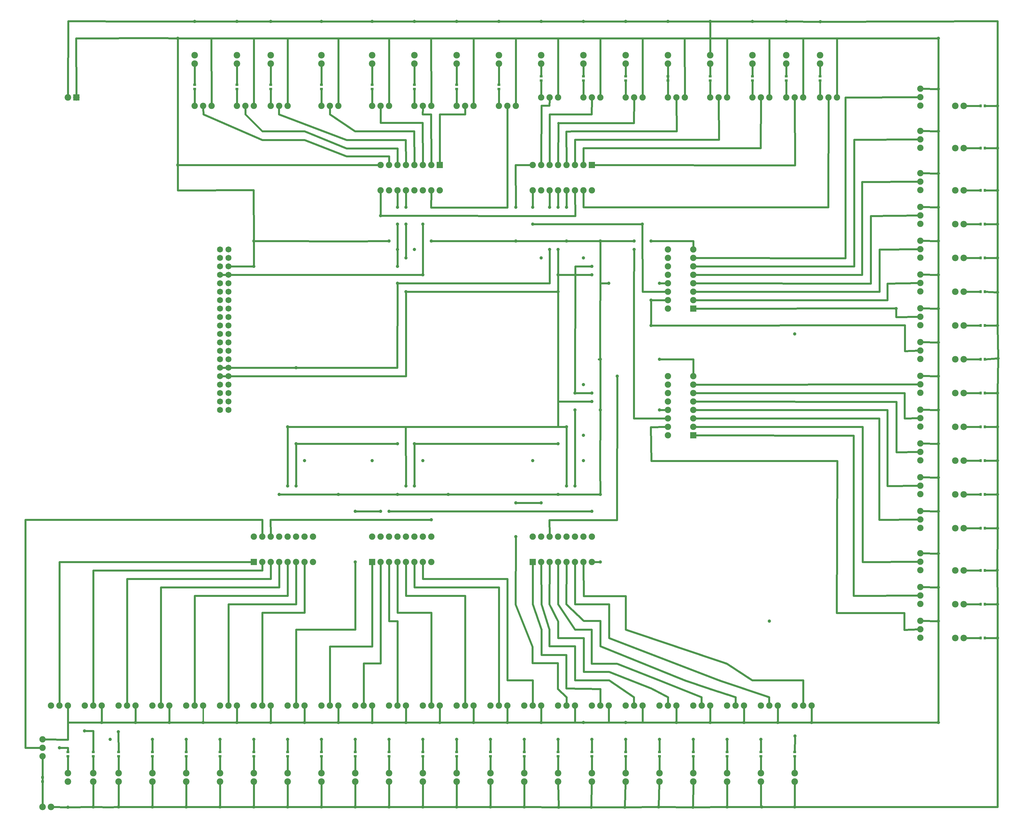
<source format=gtl>
G04 MADE WITH FRITZING*
G04 WWW.FRITZING.ORG*
G04 DOUBLE SIDED*
G04 HOLES PLATED*
G04 CONTOUR ON CENTER OF CONTOUR VECTOR*
%ASAXBY*%
%FSLAX23Y23*%
%MOIN*%
%OFA0B0*%
%SFA1.0B1.0*%
%ADD10C,0.039370*%
%ADD11C,0.075000*%
%ADD12C,0.071889*%
%ADD13C,0.071917*%
%ADD14C,0.078000*%
%ADD15R,0.075000X0.075000*%
%ADD16R,0.078000X0.078000*%
%ADD17R,0.035433X0.027559*%
%ADD18R,0.027559X0.035433*%
%ADD19C,0.024000*%
%ADD20C,0.016000*%
%LNCOPPER1*%
G90*
G70*
G54D10*
X4844Y9248D03*
X4744Y8948D03*
X4544Y8948D03*
X2844Y9048D03*
X2844Y8748D03*
X4644Y9448D03*
X4644Y9248D03*
X4644Y8848D03*
X4644Y8448D03*
X4544Y9448D03*
X4544Y9248D03*
X4544Y8748D03*
X4544Y8548D03*
X4444Y9048D03*
X4944Y9048D03*
X5944Y9448D03*
X5944Y9048D03*
X6544Y9448D03*
X6544Y9048D03*
X6944Y9048D03*
X7644Y8548D03*
X7044Y8548D03*
X6944Y7648D03*
X7644Y7648D03*
X6944Y7048D03*
X7644Y7048D03*
X6944Y5248D03*
X6444Y6048D03*
X5144Y6048D03*
X6744Y6748D03*
X6744Y6448D03*
X6144Y6448D03*
X4844Y6448D03*
X4244Y6448D03*
X3444Y6448D03*
X4844Y8648D03*
X6444Y9448D03*
X6444Y8448D03*
X6444Y8948D03*
X6444Y8648D03*
X6844Y8648D03*
X6844Y7148D03*
X4644Y6148D03*
X3244Y6148D03*
X6344Y9448D03*
X6344Y8948D03*
X3344Y7548D03*
X3344Y6648D03*
X3344Y6148D03*
X4744Y6648D03*
X4544Y6648D03*
X6644Y7048D03*
X6444Y6648D03*
X6544Y6148D03*
X6644Y6148D03*
X6844Y8748D03*
X6644Y7248D03*
X6844Y7248D03*
X6144Y9448D03*
X6144Y9248D03*
X7442Y9249D03*
X7544Y9048D03*
X7344Y9048D03*
X7544Y8348D03*
X7544Y8048D03*
X6944Y6048D03*
X4544Y6048D03*
X4744Y6148D03*
X4444Y5848D03*
X3144Y6048D03*
X4344Y5848D03*
X4044Y5848D03*
X4044Y5248D03*
X6244Y5948D03*
X5944Y5948D03*
X5944Y5548D03*
G54D11*
X4244Y5248D03*
X4244Y5548D03*
X4344Y5248D03*
X4344Y5548D03*
X4444Y5248D03*
X4444Y5548D03*
X4544Y5248D03*
X4544Y5548D03*
X4644Y5248D03*
X4644Y5548D03*
X4744Y5248D03*
X4744Y5548D03*
X4844Y5248D03*
X4844Y5548D03*
X4944Y5248D03*
X4944Y5548D03*
X6144Y5248D03*
X6144Y5548D03*
X6244Y5248D03*
X6244Y5548D03*
X6344Y5248D03*
X6344Y5548D03*
X6444Y5248D03*
X6444Y5548D03*
X6544Y5248D03*
X6544Y5548D03*
X6644Y5248D03*
X6644Y5548D03*
X6744Y5248D03*
X6744Y5548D03*
X6844Y5248D03*
X6844Y5548D03*
X8044Y6748D03*
X7744Y6748D03*
X8044Y6848D03*
X7744Y6848D03*
X8044Y6948D03*
X7744Y6948D03*
X8044Y7048D03*
X7744Y7048D03*
X8044Y7148D03*
X7744Y7148D03*
X8044Y7248D03*
X7744Y7248D03*
X8044Y7348D03*
X7744Y7348D03*
X8044Y7448D03*
X7744Y7448D03*
X8044Y8248D03*
X7744Y8248D03*
X8044Y8348D03*
X7744Y8348D03*
X8044Y8448D03*
X7744Y8448D03*
X8044Y8548D03*
X7744Y8548D03*
X8044Y8648D03*
X7744Y8648D03*
X8044Y8748D03*
X7744Y8748D03*
X8044Y8848D03*
X7744Y8848D03*
X8044Y8948D03*
X7744Y8948D03*
X6844Y9948D03*
X6844Y9648D03*
X6744Y9948D03*
X6744Y9648D03*
X6644Y9948D03*
X6644Y9648D03*
X6544Y9948D03*
X6544Y9648D03*
X6444Y9948D03*
X6444Y9648D03*
X6344Y9948D03*
X6344Y9648D03*
X6244Y9948D03*
X6244Y9648D03*
X6144Y9948D03*
X6144Y9648D03*
X5044Y9948D03*
X5044Y9648D03*
X4944Y9948D03*
X4944Y9648D03*
X4844Y9948D03*
X4844Y9648D03*
X4744Y9948D03*
X4744Y9648D03*
X4644Y9948D03*
X4644Y9648D03*
X4544Y9948D03*
X4544Y9648D03*
X4444Y9948D03*
X4444Y9648D03*
X4344Y9948D03*
X4344Y9648D03*
G54D10*
X4244Y11648D03*
X8944Y4548D03*
X4344Y9348D03*
X6744Y8848D03*
X7344Y8948D03*
X3244Y6848D03*
X7144Y7448D03*
X6844Y5848D03*
G54D11*
X2844Y5248D03*
X2844Y5548D03*
X2944Y5248D03*
X2944Y5548D03*
X3044Y5248D03*
X3044Y5548D03*
X3144Y5248D03*
X3144Y5548D03*
X3244Y5248D03*
X3244Y5548D03*
X3344Y5248D03*
X3344Y5548D03*
X3444Y5248D03*
X3444Y5548D03*
X3544Y5248D03*
X3544Y5548D03*
G54D10*
X3844Y6048D03*
X4944Y5748D03*
G54D11*
X3244Y3548D03*
X3344Y3548D03*
X3444Y3548D03*
X2444Y3548D03*
X2544Y3548D03*
X2644Y3548D03*
X2044Y3548D03*
X2144Y3548D03*
X2244Y3548D03*
X1644Y3548D03*
X1744Y3548D03*
X1844Y3548D03*
X344Y2948D03*
X344Y3048D03*
X344Y3148D03*
X2844Y3548D03*
X2944Y3548D03*
X3044Y3548D03*
X5244Y3548D03*
X5344Y3548D03*
X5444Y3548D03*
X3644Y3548D03*
X3744Y3548D03*
X3844Y3548D03*
X4044Y3548D03*
X4144Y3548D03*
X4244Y3548D03*
X4844Y3548D03*
X4944Y3548D03*
X5044Y3548D03*
X4444Y3548D03*
X4544Y3548D03*
X4644Y3548D03*
X10733Y9652D03*
X10733Y9752D03*
X10733Y9852D03*
X10733Y9252D03*
X10733Y9352D03*
X10733Y9452D03*
X10733Y8852D03*
X10733Y8952D03*
X10733Y9052D03*
X10733Y8452D03*
X10733Y8552D03*
X10733Y8652D03*
X10733Y8052D03*
X10733Y8152D03*
X10733Y8252D03*
X10733Y7652D03*
X10733Y7752D03*
X10733Y7852D03*
X10733Y7252D03*
X10733Y7352D03*
X10733Y7452D03*
X10733Y6852D03*
X10733Y6952D03*
X10733Y7052D03*
X10733Y10152D03*
X10733Y10252D03*
X10733Y10352D03*
X10733Y10652D03*
X10733Y10752D03*
X10733Y10852D03*
X10733Y6452D03*
X10733Y6552D03*
X10733Y6652D03*
X10733Y6052D03*
X10733Y6152D03*
X10733Y6252D03*
X10733Y5652D03*
X10733Y5752D03*
X10733Y5852D03*
X10733Y5152D03*
X10733Y5252D03*
X10733Y5352D03*
X10733Y4752D03*
X10733Y4852D03*
X10733Y4952D03*
X10733Y4352D03*
X10733Y4452D03*
X10733Y4552D03*
X3044Y10648D03*
X3144Y10648D03*
X3244Y10648D03*
X3644Y10648D03*
X3744Y10648D03*
X3844Y10648D03*
X4744Y10648D03*
X4844Y10648D03*
X4944Y10648D03*
X5244Y10648D03*
X5344Y10648D03*
X5444Y10648D03*
X5744Y10648D03*
X5844Y10648D03*
X5944Y10648D03*
X6244Y10748D03*
X6344Y10748D03*
X6444Y10748D03*
X6744Y10748D03*
X6844Y10748D03*
X6944Y10748D03*
X7244Y10748D03*
X7344Y10748D03*
X7444Y10748D03*
X7744Y10748D03*
X7844Y10748D03*
X7944Y10748D03*
X8244Y10748D03*
X8344Y10748D03*
X8444Y10748D03*
X8744Y10748D03*
X8844Y10748D03*
X8944Y10748D03*
X9144Y10748D03*
X9244Y10748D03*
X9344Y10748D03*
X9544Y10748D03*
X9644Y10748D03*
X9744Y10748D03*
X2644Y10648D03*
X2744Y10648D03*
X2844Y10648D03*
X2144Y10648D03*
X2244Y10648D03*
X2344Y10648D03*
X4244Y10648D03*
X4344Y10648D03*
X4444Y10648D03*
X5644Y3548D03*
X5744Y3548D03*
X5844Y3548D03*
X1244Y3548D03*
X1344Y3548D03*
X1444Y3548D03*
X9244Y3548D03*
X9344Y3548D03*
X9444Y3548D03*
X8844Y3548D03*
X8944Y3548D03*
X9044Y3548D03*
X6444Y3548D03*
X6544Y3548D03*
X6644Y3548D03*
X6044Y3548D03*
X6144Y3548D03*
X6244Y3548D03*
X7644Y3548D03*
X7744Y3548D03*
X7844Y3548D03*
X6844Y3548D03*
X6944Y3548D03*
X7044Y3548D03*
X7244Y3548D03*
X7344Y3548D03*
X7444Y3548D03*
X8044Y3548D03*
X8144Y3548D03*
X8244Y3548D03*
X8444Y3548D03*
X8544Y3548D03*
X8644Y3548D03*
G54D10*
X10944Y10848D03*
X10944Y10348D03*
X10944Y9848D03*
X10944Y9448D03*
X10944Y9048D03*
X10944Y8648D03*
X10944Y7848D03*
X10944Y8248D03*
X10944Y7448D03*
X10944Y7048D03*
X10944Y6648D03*
X10944Y6248D03*
X10944Y5848D03*
X10944Y11448D03*
X10944Y5348D03*
X10944Y4948D03*
X10944Y4548D03*
X10944Y3348D03*
X9244Y2348D03*
X9444Y3348D03*
X8644Y3348D03*
X8244Y3348D03*
X6744Y3348D03*
X5844Y3348D03*
X3444Y3348D03*
X2644Y3348D03*
X2244Y3348D03*
X1844Y3348D03*
X1444Y3348D03*
X4644Y3348D03*
X5044Y3348D03*
X5444Y3348D03*
X6244Y3348D03*
X7844Y3348D03*
X9044Y3348D03*
X6244Y8848D03*
X6744Y7348D03*
X6544Y6848D03*
G54D12*
X2444Y8948D03*
X2444Y8848D03*
X2444Y8748D03*
X2444Y8648D03*
G54D13*
X2444Y8548D03*
G54D12*
X2444Y8448D03*
X2444Y8348D03*
X2444Y8248D03*
X2444Y8148D03*
G54D13*
X2444Y8048D03*
G54D12*
X2444Y7948D03*
G54D13*
X2444Y7848D03*
G54D12*
X2444Y7748D03*
X2444Y7648D03*
X2444Y7548D03*
X2444Y7448D03*
G54D13*
X2444Y7348D03*
G54D12*
X2444Y7248D03*
X2444Y7148D03*
X2444Y7048D03*
X2544Y7048D03*
X2544Y7148D03*
X2544Y7248D03*
G54D13*
X2544Y7348D03*
G54D12*
X2544Y7448D03*
X2544Y7548D03*
X2544Y7648D03*
X2544Y7748D03*
G54D13*
X2544Y7848D03*
G54D12*
X2544Y7948D03*
G54D13*
X2544Y8048D03*
G54D12*
X2544Y8148D03*
X2544Y8248D03*
X2544Y8348D03*
X2544Y8448D03*
G54D13*
X2544Y8548D03*
G54D12*
X2544Y8648D03*
X2544Y8748D03*
X2544Y8848D03*
X2544Y8948D03*
G54D11*
X444Y3548D03*
X544Y3548D03*
X644Y3548D03*
X844Y3548D03*
X944Y3548D03*
X1044Y3548D03*
G54D10*
X1044Y3348D03*
X4244Y3348D03*
X1944Y9948D03*
X1944Y11448D03*
X7244Y3348D03*
X3844Y3348D03*
X3044Y3348D03*
G54D14*
X744Y10748D03*
X644Y10748D03*
G54D10*
X2144Y11648D03*
X2644Y11648D03*
X3044Y11648D03*
X3644Y11648D03*
X4744Y11648D03*
X5244Y11648D03*
X5744Y11648D03*
X6244Y11648D03*
X6744Y11648D03*
X7244Y11648D03*
X10444Y8248D03*
X9244Y7948D03*
X7744Y11648D03*
X8244Y11648D03*
X8744Y11648D03*
X9144Y11648D03*
X11644Y10648D03*
X11644Y4348D03*
X8844Y3148D03*
X8444Y3148D03*
X8044Y3148D03*
X7644Y3148D03*
X7244Y3148D03*
X6844Y3148D03*
X6444Y3148D03*
X6044Y3148D03*
X5644Y3148D03*
X5244Y3148D03*
X4844Y3148D03*
X4444Y3148D03*
X4044Y3148D03*
X3644Y3148D03*
X3244Y3148D03*
X2844Y3148D03*
X2444Y3148D03*
X2044Y3148D03*
X1644Y3148D03*
X1144Y3148D03*
X1244Y2348D03*
G54D14*
X344Y2348D03*
X444Y2348D03*
X644Y2748D03*
X644Y2648D03*
X1244Y2748D03*
X1244Y2648D03*
X1644Y2748D03*
X1644Y2648D03*
X2044Y2748D03*
X2044Y2648D03*
X2444Y2748D03*
X2444Y2648D03*
X2844Y2748D03*
X2844Y2648D03*
X3244Y2748D03*
X3244Y2648D03*
X4844Y2748D03*
X4844Y2648D03*
X3644Y2748D03*
X3644Y2648D03*
X4044Y2748D03*
X4044Y2648D03*
X4444Y2748D03*
X4444Y2648D03*
X5244Y2748D03*
X5244Y2648D03*
X5644Y2748D03*
X5644Y2648D03*
X6044Y2748D03*
X6044Y2648D03*
X6444Y2748D03*
X6444Y2648D03*
X6844Y2748D03*
X6844Y2648D03*
X7244Y2748D03*
X7244Y2648D03*
X7644Y2748D03*
X7644Y2648D03*
X8044Y2748D03*
X8044Y2648D03*
X8444Y2748D03*
X8444Y2648D03*
X8844Y2748D03*
X8844Y2648D03*
X2144Y11248D03*
X2144Y11148D03*
X2644Y11248D03*
X2644Y11148D03*
X3044Y11248D03*
X3044Y11148D03*
X3644Y11248D03*
X3644Y11148D03*
X4244Y11248D03*
X4244Y11148D03*
X4744Y11248D03*
X4744Y11148D03*
X5244Y11248D03*
X5244Y11148D03*
X5744Y11248D03*
X5744Y11148D03*
X6244Y11248D03*
X6244Y11148D03*
X6744Y11248D03*
X6744Y11148D03*
X7244Y11248D03*
X7244Y11148D03*
X7744Y11248D03*
X7744Y11148D03*
X8244Y11248D03*
X8244Y11148D03*
X8744Y11248D03*
X8744Y11148D03*
X9144Y11248D03*
X9144Y11148D03*
X9544Y11248D03*
X9544Y11148D03*
X11144Y10648D03*
X11244Y10648D03*
X11144Y10148D03*
X11244Y10148D03*
X11144Y9648D03*
X11244Y9648D03*
X11144Y9248D03*
X11244Y9248D03*
X11144Y8848D03*
X11244Y8848D03*
X11144Y8448D03*
X11244Y8448D03*
X11144Y8048D03*
X11244Y8048D03*
X11144Y7648D03*
X11244Y7648D03*
X11144Y7248D03*
X11244Y7248D03*
X11144Y6848D03*
X11244Y6848D03*
X11144Y6048D03*
X11244Y6048D03*
X11144Y6448D03*
X11244Y6448D03*
X11144Y5648D03*
X11244Y5648D03*
X11144Y5148D03*
X11244Y5148D03*
X11144Y4748D03*
X11244Y4748D03*
X11144Y4348D03*
X11244Y4348D03*
X9244Y2748D03*
X9244Y2648D03*
G54D10*
X9548Y11645D03*
X11644Y10148D03*
X11644Y9648D03*
X11644Y9248D03*
X11644Y8848D03*
X11646Y8443D03*
X11644Y8048D03*
X11651Y7659D03*
X11644Y7248D03*
X11644Y6848D03*
X11644Y6448D03*
X11644Y6048D03*
X11644Y5648D03*
X11644Y4748D03*
X11643Y5151D03*
X8854Y2350D03*
X8444Y2348D03*
X8042Y2346D03*
X644Y2346D03*
X1644Y2348D03*
X2044Y2348D03*
X2444Y2348D03*
X2844Y2348D03*
X3244Y2348D03*
X3644Y2348D03*
X4044Y2348D03*
X4444Y2348D03*
X4844Y2348D03*
X5244Y2348D03*
X5644Y2348D03*
X6044Y2348D03*
X6450Y2346D03*
X6838Y2346D03*
X7234Y2346D03*
X7634Y2350D03*
G54D14*
X944Y2748D03*
X944Y2648D03*
G54D10*
X944Y2348D03*
X544Y3049D03*
X843Y3250D03*
X1242Y3240D03*
X9248Y3187D03*
G54D15*
X4244Y5248D03*
X6144Y5248D03*
X8044Y6748D03*
X8044Y8248D03*
X6844Y9948D03*
X5044Y9948D03*
X2844Y5248D03*
G54D16*
X744Y10748D03*
G54D17*
X344Y2648D03*
X344Y2699D03*
G54D18*
X11444Y10648D03*
X11495Y10648D03*
X11444Y10148D03*
X11495Y10148D03*
G54D17*
X3044Y10848D03*
X3044Y10899D03*
X2644Y10848D03*
X2644Y10899D03*
G54D18*
X11444Y9648D03*
X11495Y9648D03*
G54D17*
X2144Y10848D03*
X2144Y10899D03*
G54D18*
X11444Y8848D03*
X11495Y8848D03*
X11444Y7248D03*
X11495Y7248D03*
X11444Y9248D03*
X11495Y9248D03*
X11444Y7648D03*
X11495Y7648D03*
X11444Y8448D03*
X11495Y8448D03*
G54D17*
X3644Y10848D03*
X3644Y10899D03*
G54D18*
X11444Y8048D03*
X11495Y8048D03*
G54D17*
X4744Y10848D03*
X4744Y10899D03*
X8244Y10948D03*
X8244Y10999D03*
X4244Y10848D03*
X4244Y10899D03*
X8744Y10948D03*
X8744Y10999D03*
X9544Y10948D03*
X9544Y10999D03*
X944Y2948D03*
X944Y2999D03*
X9144Y10948D03*
X9144Y10999D03*
X7744Y10948D03*
X7744Y10999D03*
G54D18*
X11444Y6848D03*
X11495Y6848D03*
G54D17*
X7244Y10948D03*
X7244Y10999D03*
X5244Y10848D03*
X5244Y10899D03*
X6744Y10948D03*
X6744Y10999D03*
X6244Y10948D03*
X6244Y10999D03*
X5744Y10848D03*
X5744Y10899D03*
X4844Y2948D03*
X4844Y2999D03*
X3644Y2948D03*
X3644Y2999D03*
X6044Y2948D03*
X6044Y2999D03*
X4044Y2948D03*
X4044Y2999D03*
X5244Y2948D03*
X5244Y2999D03*
X5644Y2948D03*
X5644Y2999D03*
X4444Y2948D03*
X4444Y2999D03*
X3244Y2948D03*
X3244Y2999D03*
X644Y2948D03*
X644Y2999D03*
X2844Y2948D03*
X2844Y2999D03*
X1244Y2948D03*
X1244Y2999D03*
X2044Y2948D03*
X2044Y2999D03*
X2444Y2948D03*
X2444Y2999D03*
X1644Y2948D03*
X1644Y2999D03*
G54D18*
X11444Y6448D03*
X11495Y6448D03*
X11444Y4348D03*
X11495Y4348D03*
G54D17*
X9244Y2948D03*
X9244Y2999D03*
G54D18*
X11444Y4748D03*
X11495Y4748D03*
X11444Y5648D03*
X11495Y5648D03*
X11444Y6048D03*
X11495Y6048D03*
X11444Y5148D03*
X11495Y5148D03*
G54D17*
X6444Y2948D03*
X6444Y2999D03*
X6844Y2948D03*
X6844Y2999D03*
X7244Y2948D03*
X7244Y2999D03*
X8844Y2948D03*
X8844Y2999D03*
X7644Y2948D03*
X7644Y2999D03*
X8044Y2948D03*
X8044Y2999D03*
X8444Y2948D03*
X8444Y2999D03*
G54D19*
X2644Y3520D02*
X2644Y3367D01*
G54D20*
D02*
X2244Y3525D02*
X2244Y3362D01*
G54D19*
D02*
X644Y3348D02*
X1025Y3348D01*
D02*
X644Y3520D02*
X644Y3348D01*
D02*
X7844Y3367D02*
X7844Y3520D01*
D02*
X8244Y3367D02*
X8244Y3520D01*
D02*
X8644Y3367D02*
X8644Y3520D01*
D02*
X7343Y7750D02*
X7343Y6949D01*
D02*
X7343Y6949D02*
X7545Y6950D01*
D02*
X7343Y8446D02*
X7343Y7750D01*
D02*
X7344Y8929D02*
X7343Y8446D01*
D02*
X7545Y6950D02*
X7715Y6948D01*
D02*
X1044Y3367D02*
X1044Y3520D01*
D02*
X1425Y3348D02*
X1063Y3348D01*
D02*
X1444Y3367D02*
X1444Y3520D01*
D02*
X1844Y3367D02*
X1844Y3520D01*
D02*
X10944Y3367D02*
X10944Y4529D01*
D02*
X10925Y5349D02*
X10762Y5352D01*
D02*
X10925Y5849D02*
X10762Y5852D01*
D02*
X10925Y4949D02*
X10762Y4952D01*
D02*
X10925Y4549D02*
X10762Y4552D01*
D02*
X10944Y4567D02*
X10944Y4929D01*
D02*
X10925Y6249D02*
X10762Y6252D01*
D02*
X10925Y6649D02*
X10762Y6652D01*
D02*
X10925Y7049D02*
X10762Y7052D01*
D02*
X10925Y7449D02*
X10762Y7452D01*
D02*
X10925Y7849D02*
X10762Y7852D01*
D02*
X10925Y10849D02*
X10762Y10852D01*
D02*
X10925Y10349D02*
X10762Y10352D01*
D02*
X10925Y9849D02*
X10762Y9852D01*
D02*
X10925Y9449D02*
X10762Y9452D01*
D02*
X10925Y9049D02*
X10762Y9052D01*
D02*
X10925Y8649D02*
X10762Y8652D01*
D02*
X10925Y8249D02*
X10762Y8252D01*
D02*
X4363Y9348D02*
X6649Y9345D01*
D02*
X6649Y9345D02*
X6645Y9620D01*
D02*
X4344Y9367D02*
X4344Y9620D01*
D02*
X4825Y8648D02*
X2477Y8648D01*
D02*
X4844Y9229D02*
X4844Y8667D01*
D02*
X2844Y9029D02*
X2844Y8767D01*
D02*
X4645Y7450D02*
X2477Y7448D01*
D02*
X4644Y8429D02*
X4645Y7450D01*
D02*
X4644Y9229D02*
X4644Y8867D01*
D02*
X4644Y9620D02*
X4644Y9467D01*
D02*
X3325Y7548D02*
X2477Y7548D01*
D02*
X4543Y7547D02*
X3363Y7548D01*
D02*
X4544Y8529D02*
X4543Y7547D01*
D02*
X4544Y9229D02*
X4544Y8767D01*
D02*
X4544Y9620D02*
X4544Y9467D01*
D02*
X2825Y8748D02*
X2577Y8748D01*
D02*
X5943Y9949D02*
X5944Y9467D01*
D02*
X6115Y9948D02*
X5943Y9949D01*
D02*
X5925Y9048D02*
X4963Y9048D01*
D02*
X6525Y9048D02*
X5963Y9048D01*
D02*
X6544Y9620D02*
X6544Y9467D01*
D02*
X7325Y9048D02*
X6963Y9048D01*
D02*
X8044Y9048D02*
X7563Y9048D01*
D02*
X8044Y8977D02*
X8044Y9048D01*
D02*
X6925Y9048D02*
X6563Y9048D01*
D02*
X7663Y8548D02*
X7715Y8548D01*
D02*
X6944Y8548D02*
X7025Y8548D01*
D02*
X6944Y9029D02*
X6944Y8548D01*
D02*
X8044Y7648D02*
X8044Y7477D01*
D02*
X7663Y7648D02*
X8044Y7648D01*
D02*
X6943Y7648D02*
X6925Y7647D01*
D02*
X6944Y9029D02*
X6943Y7648D01*
D02*
X6944Y7067D02*
X6944Y7629D01*
D02*
X7715Y7048D02*
X7663Y7048D01*
D02*
X6943Y6348D02*
X6944Y6067D01*
D02*
X6925Y6048D02*
X6463Y6048D01*
D02*
X6944Y7029D02*
X6943Y6348D01*
D02*
X6925Y5248D02*
X6873Y5248D01*
D02*
X5163Y6048D02*
X6425Y6048D01*
D02*
X4563Y6048D02*
X5125Y6048D01*
D02*
X6444Y9620D02*
X6444Y9467D01*
D02*
X6425Y8448D02*
X4663Y8448D01*
D02*
X6444Y8629D02*
X6444Y8467D01*
D02*
X6444Y8929D02*
X6444Y8667D01*
D02*
X6825Y8648D02*
X6463Y8648D01*
D02*
X6825Y7148D02*
X6444Y7149D01*
D02*
X6444Y7149D02*
X6444Y8429D01*
D02*
X6544Y6829D02*
X6544Y6167D01*
D02*
X6444Y6848D02*
X6525Y6848D01*
D02*
X6444Y7149D02*
X6444Y6848D01*
D02*
X4644Y6167D02*
X4643Y6848D01*
D02*
X4643Y6848D02*
X6525Y6848D01*
D02*
X3244Y6167D02*
X3244Y6829D01*
D02*
X4643Y6848D02*
X3263Y6848D01*
D02*
X6344Y9467D02*
X6344Y9620D01*
D02*
X6345Y8550D02*
X6344Y8929D01*
D02*
X4563Y8548D02*
X6345Y8550D01*
D02*
X3344Y6167D02*
X3344Y6629D01*
D02*
X4744Y6167D02*
X4744Y6629D01*
D02*
X4525Y6648D02*
X3363Y6648D01*
D02*
X6644Y7029D02*
X6644Y6167D01*
D02*
X4763Y6648D02*
X6425Y6648D01*
D02*
X6825Y8748D02*
X6647Y8747D01*
D02*
X6647Y8747D02*
X6644Y7267D01*
D02*
X6663Y7248D02*
X6825Y7248D01*
D02*
X7446Y8447D02*
X7442Y9230D01*
D02*
X7423Y9249D02*
X6163Y9248D01*
D02*
X6144Y9467D02*
X6144Y9620D01*
D02*
X7715Y8448D02*
X7446Y8447D01*
D02*
X7544Y8067D02*
X7544Y8329D01*
D02*
X7563Y8348D02*
X7715Y8348D01*
D02*
X6343Y5746D02*
X7143Y5746D01*
D02*
X7143Y5746D02*
X7144Y7429D01*
D02*
X6344Y5577D02*
X6343Y5746D01*
D02*
X4463Y5848D02*
X6825Y5848D01*
D02*
X3043Y5747D02*
X4925Y5748D01*
D02*
X3044Y5577D02*
X3043Y5747D01*
D02*
X3863Y6048D02*
X4525Y6048D01*
D02*
X3163Y6048D02*
X3825Y6048D01*
D02*
X4063Y5848D02*
X4325Y5848D01*
D02*
X644Y3145D02*
X373Y3148D01*
D02*
X644Y3348D02*
X644Y3145D01*
D02*
X5963Y5948D02*
X6225Y5948D01*
D02*
X9444Y3367D02*
X9444Y3520D01*
D02*
X6444Y11448D02*
X6945Y11448D01*
D02*
X6945Y11448D02*
X6944Y10777D01*
D02*
X6444Y10777D02*
X6444Y11448D01*
D02*
X6444Y11448D02*
X6444Y10777D01*
D02*
X5944Y10677D02*
X5944Y11448D01*
D02*
X5944Y11448D02*
X6444Y11448D01*
D02*
X7445Y11449D02*
X7444Y10777D01*
D02*
X6944Y10777D02*
X6944Y11449D01*
D02*
X6944Y11449D02*
X7445Y11449D01*
D02*
X8444Y11449D02*
X7943Y11449D01*
D02*
X7943Y11449D02*
X7944Y10777D01*
D02*
X8444Y10777D02*
X8444Y11449D01*
D02*
X8945Y11449D02*
X8944Y10777D01*
D02*
X9345Y11449D02*
X8945Y11449D01*
D02*
X9344Y10777D02*
X9345Y11449D01*
D02*
X9345Y11449D02*
X9745Y11449D01*
D02*
X9745Y11449D02*
X9744Y10777D01*
D02*
X9344Y10777D02*
X9345Y11449D01*
D02*
X9745Y11449D02*
X9744Y10777D01*
D02*
X10925Y11448D02*
X9745Y11449D01*
D02*
X8945Y11449D02*
X8944Y10777D01*
D02*
X8444Y11449D02*
X8945Y11449D01*
D02*
X8444Y10777D02*
X8444Y11449D01*
D02*
X7943Y11449D02*
X7944Y10777D01*
D02*
X7445Y11449D02*
X7943Y11449D01*
D02*
X7444Y10777D02*
X7445Y11449D01*
D02*
X5945Y11449D02*
X5944Y10677D01*
D02*
X5444Y10677D02*
X5444Y11449D01*
D02*
X5444Y11449D02*
X5945Y11449D01*
D02*
X2844Y11449D02*
X2343Y11449D01*
D02*
X2844Y10677D02*
X2844Y11449D01*
D02*
X2343Y11449D02*
X2344Y10677D01*
D02*
X3844Y11449D02*
X3244Y11449D01*
D02*
X3244Y11449D02*
X3244Y10677D01*
D02*
X3844Y10677D02*
X3844Y11449D01*
D02*
X3244Y11449D02*
X3244Y10677D01*
D02*
X2844Y11449D02*
X3244Y11449D01*
D02*
X2844Y10677D02*
X2844Y11449D01*
D02*
X3844Y11449D02*
X3844Y10677D01*
D02*
X4446Y11449D02*
X3844Y11449D01*
D02*
X4444Y10677D02*
X4446Y11449D01*
D02*
X4446Y11449D02*
X4444Y10677D01*
D02*
X4944Y10677D02*
X4943Y11449D01*
D02*
X4943Y11449D02*
X4446Y11449D01*
D02*
X4943Y11449D02*
X5444Y11449D01*
D02*
X4944Y10677D02*
X4943Y11449D01*
D02*
X5444Y11449D02*
X5444Y10677D01*
D02*
X2343Y11449D02*
X2344Y10677D01*
D02*
X1963Y11448D02*
X2343Y11449D01*
D02*
X4446Y10051D02*
X4444Y9977D01*
D02*
X3444Y10246D02*
X3942Y10051D01*
D02*
X3942Y10051D02*
X4446Y10051D01*
D02*
X2245Y10620D02*
X2247Y10548D01*
D02*
X2946Y10246D02*
X3444Y10246D01*
D02*
X2247Y10548D02*
X2946Y10246D01*
D02*
X4546Y10145D02*
X3942Y10145D01*
D02*
X3942Y10145D02*
X3444Y10347D01*
D02*
X3444Y10347D02*
X2946Y10347D01*
D02*
X2745Y10548D02*
X2744Y10620D01*
D02*
X4544Y9977D02*
X4546Y10145D01*
D02*
X2946Y10347D02*
X2745Y10548D01*
D02*
X4641Y10246D02*
X3942Y10246D01*
D02*
X3942Y10246D02*
X3142Y10548D01*
D02*
X3142Y10548D02*
X3143Y10620D01*
D02*
X4644Y9977D02*
X4641Y10246D01*
D02*
X4742Y10347D02*
X4043Y10347D01*
D02*
X4043Y10347D02*
X3746Y10548D01*
D02*
X3746Y10548D02*
X3745Y10620D01*
D02*
X4744Y9977D02*
X4742Y10347D01*
D02*
X4345Y10548D02*
X4344Y10620D01*
D02*
X4345Y10447D02*
X4345Y10548D01*
D02*
X4844Y9977D02*
X4843Y10448D01*
D02*
X4843Y10448D02*
X4546Y10448D01*
D02*
X4546Y10448D02*
X4345Y10447D01*
D02*
X4943Y10548D02*
X4843Y10548D01*
D02*
X4843Y10548D02*
X4844Y10620D01*
D02*
X4944Y9977D02*
X4943Y10548D01*
D02*
X5345Y10548D02*
X5344Y10620D01*
D02*
X5044Y10548D02*
X5345Y10548D01*
D02*
X5044Y9977D02*
X5044Y10548D01*
D02*
X5844Y9446D02*
X4943Y9446D01*
D02*
X4943Y9446D02*
X4944Y9620D01*
D02*
X5844Y10620D02*
X5844Y9446D01*
D02*
X6247Y10651D02*
X6244Y9977D01*
D02*
X6343Y10651D02*
X6247Y10651D01*
D02*
X6344Y10720D02*
X6343Y10651D01*
D02*
X6842Y10548D02*
X6844Y10720D01*
D02*
X6346Y10548D02*
X6842Y10548D01*
D02*
X6344Y9977D02*
X6346Y10548D01*
D02*
X6447Y10447D02*
X6446Y10446D01*
D02*
X6446Y10446D02*
X7341Y10446D01*
D02*
X7341Y10446D02*
X7344Y10720D01*
D02*
X6444Y9977D02*
X6447Y10447D01*
D02*
X6542Y10345D02*
X6644Y10350D01*
D02*
X6644Y10350D02*
X7847Y10350D01*
D02*
X7847Y10350D02*
X7844Y10720D01*
D02*
X6544Y9977D02*
X6542Y10345D01*
D02*
X6945Y10247D02*
X6644Y10250D01*
D02*
X6644Y10250D02*
X6644Y9977D01*
D02*
X8347Y10247D02*
X6945Y10247D01*
D02*
X8344Y10720D02*
X8347Y10247D01*
D02*
X8841Y10148D02*
X8844Y10720D01*
D02*
X6746Y10148D02*
X8841Y10148D01*
D02*
X6744Y9977D02*
X6746Y10148D01*
D02*
X9247Y9945D02*
X9244Y10720D01*
D02*
X6873Y9948D02*
X9247Y9945D01*
D02*
X9641Y9450D02*
X9644Y10720D01*
D02*
X6746Y9450D02*
X9641Y9450D01*
D02*
X6744Y9620D02*
X6746Y9450D01*
D02*
X9844Y8846D02*
X9844Y10747D01*
D02*
X9844Y10747D02*
X10704Y10752D01*
D02*
X8073Y8848D02*
X9844Y8846D01*
D02*
X9947Y8750D02*
X9947Y10247D01*
D02*
X8073Y8748D02*
X9947Y8750D01*
D02*
X9947Y10247D02*
X10704Y10252D01*
D02*
X10042Y8647D02*
X10042Y9748D01*
D02*
X8073Y8648D02*
X10042Y8647D01*
D02*
X10042Y9748D02*
X10704Y9752D01*
D02*
X10145Y8545D02*
X10145Y9345D01*
D02*
X10145Y9345D02*
X10704Y9352D01*
D02*
X8073Y8548D02*
X10145Y8545D01*
D02*
X10248Y8449D02*
X10248Y8948D01*
D02*
X8073Y8448D02*
X10248Y8449D01*
D02*
X10248Y8948D02*
X10704Y8952D01*
D02*
X10343Y8347D02*
X8073Y8348D01*
D02*
X10704Y8552D02*
X10343Y8545D01*
D02*
X10343Y8545D02*
X10343Y8347D01*
D02*
X10446Y8148D02*
X10704Y8152D01*
D02*
X10446Y8251D02*
X10446Y8148D01*
D02*
X8073Y8248D02*
X10446Y8251D01*
D02*
X10547Y7744D02*
X10547Y8051D01*
D02*
X10547Y8051D02*
X7563Y8048D01*
D02*
X10705Y7751D02*
X10547Y7744D01*
D02*
X10944Y4967D02*
X10944Y11429D01*
D02*
X8073Y7348D02*
X10704Y7352D01*
D02*
X10545Y6948D02*
X10704Y6952D01*
D02*
X8073Y7248D02*
X10545Y7250D01*
D02*
X10545Y7250D02*
X10545Y6948D01*
D02*
X10447Y6548D02*
X10704Y6552D01*
D02*
X8073Y7148D02*
X10447Y7146D01*
D02*
X10447Y7146D02*
X10447Y6548D01*
D02*
X10343Y6148D02*
X10704Y6152D01*
D02*
X10343Y7047D02*
X10343Y6148D01*
D02*
X8073Y7048D02*
X10343Y7047D01*
D02*
X10244Y6948D02*
X10244Y5748D01*
D02*
X10244Y5748D02*
X10704Y5752D01*
D02*
X8073Y6948D02*
X10244Y6948D01*
D02*
X10047Y5250D02*
X10704Y5252D01*
D02*
X10047Y6850D02*
X10047Y5250D01*
D02*
X8073Y6848D02*
X10047Y6850D01*
D02*
X9943Y4850D02*
X10704Y4852D01*
D02*
X9943Y6746D02*
X9943Y4850D01*
D02*
X8073Y6748D02*
X9943Y6746D01*
D02*
X9740Y4645D02*
X10540Y4645D01*
D02*
X10540Y4645D02*
X10540Y4445D01*
D02*
X10540Y4445D02*
X10704Y4451D01*
D02*
X7540Y6845D02*
X7548Y6445D01*
D02*
X7715Y6848D02*
X7540Y6845D01*
D02*
X9748Y6445D02*
X9740Y4645D01*
D02*
X7548Y6445D02*
X9748Y6445D01*
D02*
X8442Y4046D02*
X7246Y4449D01*
D02*
X8743Y3847D02*
X8442Y4046D01*
D02*
X9345Y3847D02*
X8743Y3847D01*
D02*
X6747Y4846D02*
X6744Y5220D01*
D02*
X9344Y3577D02*
X9345Y3847D01*
D02*
X7246Y4449D02*
X7246Y4846D01*
D02*
X7246Y4846D02*
X6747Y4846D01*
D02*
X8941Y3649D02*
X8347Y3847D01*
D02*
X7047Y4347D02*
X7047Y4750D01*
D02*
X8347Y3847D02*
X7047Y4347D01*
D02*
X8943Y3577D02*
X8941Y3649D01*
D02*
X7047Y4750D02*
X6644Y4750D01*
D02*
X6644Y4750D02*
X6644Y5220D01*
D02*
X6945Y4251D02*
X6945Y4552D01*
D02*
X8244Y3745D02*
X7943Y3847D01*
D02*
X8545Y3649D02*
X8244Y3745D01*
D02*
X7943Y3847D02*
X6945Y4251D01*
D02*
X8544Y3577D02*
X8545Y3649D01*
D02*
X6541Y4750D02*
X6544Y5220D01*
D02*
X6945Y4552D02*
X6747Y4552D01*
D02*
X6747Y4552D02*
X6541Y4750D01*
D02*
X6842Y4046D02*
X6842Y4449D01*
D02*
X7642Y3847D02*
X7143Y4046D01*
D02*
X8141Y3649D02*
X7642Y3847D01*
D02*
X7143Y4046D02*
X6842Y4046D01*
D02*
X8143Y3577D02*
X8141Y3649D01*
D02*
X6446Y4750D02*
X6444Y5220D01*
D02*
X6842Y4449D02*
X6644Y4449D01*
D02*
X6644Y4449D02*
X6446Y4750D01*
D02*
X6747Y3950D02*
X6747Y4347D01*
D02*
X7547Y3752D02*
X7047Y3950D01*
D02*
X7745Y3649D02*
X7547Y3752D01*
D02*
X6747Y4347D02*
X6446Y4347D01*
D02*
X7047Y3950D02*
X6747Y3950D01*
D02*
X7744Y3577D02*
X7745Y3649D01*
D02*
X6343Y4750D02*
X6344Y5220D01*
D02*
X6446Y4347D02*
X6446Y4545D01*
D02*
X6446Y4545D02*
X6343Y4750D01*
D02*
X4263Y3348D02*
X10925Y3348D01*
D02*
X9044Y3367D02*
X9044Y3520D01*
D02*
X7047Y3847D02*
X6644Y3847D01*
D02*
X7341Y3649D02*
X7047Y3847D01*
D02*
X6644Y3847D02*
X6644Y4251D01*
D02*
X6644Y4251D02*
X6343Y4251D01*
D02*
X6247Y4750D02*
X6244Y5220D01*
D02*
X7343Y3577D02*
X7341Y3649D01*
D02*
X6343Y4449D02*
X6247Y4750D01*
D02*
X6343Y4251D02*
X6343Y4449D01*
D02*
X6541Y4148D02*
X6247Y4148D01*
D02*
X6541Y3752D02*
X6541Y4148D01*
D02*
X6945Y3745D02*
X6541Y3752D01*
D02*
X6247Y4449D02*
X6145Y4750D01*
D02*
X6145Y4750D02*
X6144Y5220D01*
D02*
X6944Y3577D02*
X6945Y3745D01*
D02*
X6247Y4148D02*
X6247Y4449D01*
D02*
X6442Y3744D02*
X6442Y4051D01*
D02*
X6545Y3650D02*
X6442Y3744D01*
D02*
X6442Y4051D02*
X6143Y4051D01*
D02*
X6143Y4051D02*
X6143Y4245D01*
D02*
X5941Y4746D02*
X5944Y5529D01*
D02*
X6544Y3577D02*
X6545Y3650D01*
D02*
X6143Y4245D02*
X5941Y4746D01*
D02*
X5844Y3848D02*
X5844Y5048D01*
D02*
X5844Y5048D02*
X4844Y5048D01*
D02*
X6144Y3848D02*
X5844Y3848D01*
D02*
X4844Y5048D02*
X4844Y5220D01*
D02*
X6144Y3577D02*
X6144Y3848D01*
D02*
X5744Y4948D02*
X5744Y3577D01*
D02*
X4744Y4948D02*
X5744Y4948D01*
D02*
X4744Y5220D02*
X4744Y4948D01*
D02*
X5344Y4848D02*
X4644Y4848D01*
D02*
X5344Y3577D02*
X5344Y4848D01*
D02*
X4644Y4848D02*
X4644Y5220D01*
D02*
X4944Y4648D02*
X4544Y4648D01*
D02*
X4944Y3577D02*
X4944Y4648D01*
D02*
X4544Y4648D02*
X4544Y5220D01*
D02*
X4544Y4548D02*
X4444Y4548D01*
D02*
X4444Y4548D02*
X4444Y5220D01*
D02*
X4544Y3577D02*
X4544Y4548D01*
D02*
X4144Y4048D02*
X4344Y4048D01*
D02*
X4144Y3577D02*
X4144Y4048D01*
D02*
X4344Y4048D02*
X4344Y5220D01*
D02*
X3744Y4248D02*
X4244Y4248D01*
D02*
X4244Y4248D02*
X4244Y5220D01*
D02*
X3744Y3577D02*
X3744Y4248D01*
D02*
X3344Y4448D02*
X4044Y4448D01*
D02*
X3344Y3577D02*
X3344Y4448D01*
D02*
X4044Y4448D02*
X4044Y5229D01*
D02*
X3063Y3348D02*
X3825Y3348D01*
D02*
X1463Y3348D02*
X3025Y3348D01*
D02*
X3844Y3367D02*
X3844Y3520D01*
D02*
X3863Y3348D02*
X4225Y3348D01*
D02*
X4644Y3367D02*
X4644Y3520D01*
D02*
X5044Y3367D02*
X5044Y3520D01*
D02*
X5444Y3367D02*
X5444Y3520D01*
D02*
X5844Y3367D02*
X5844Y3520D01*
D02*
X6244Y3367D02*
X6244Y3520D01*
D02*
X7044Y3348D02*
X7044Y3520D01*
D02*
X7225Y3348D02*
X7044Y3348D01*
D02*
X7444Y3348D02*
X7444Y3520D01*
D02*
X7825Y3348D02*
X7444Y3348D01*
D02*
X3444Y3520D02*
X3444Y3367D01*
D02*
X3044Y3367D02*
X3044Y3520D01*
D02*
X3444Y4648D02*
X3444Y5220D01*
D02*
X2944Y4648D02*
X3444Y4648D01*
D02*
X2944Y3577D02*
X2944Y4648D01*
D02*
X2544Y4748D02*
X3344Y4748D01*
D02*
X3344Y4748D02*
X3344Y5220D01*
D02*
X2544Y3577D02*
X2544Y4748D01*
D02*
X2144Y4848D02*
X2144Y3577D01*
D02*
X3244Y5220D02*
X3244Y4848D01*
D02*
X3244Y4848D02*
X2144Y4848D01*
D02*
X1744Y4948D02*
X3144Y4948D01*
D02*
X1744Y3577D02*
X1744Y4948D01*
D02*
X3144Y4948D02*
X3144Y5220D01*
D02*
X1344Y5048D02*
X3044Y5048D01*
D02*
X3044Y5048D02*
X3044Y5220D01*
D02*
X1344Y3577D02*
X1344Y5048D01*
D02*
X944Y5148D02*
X2944Y5148D01*
D02*
X944Y3577D02*
X944Y5148D01*
D02*
X2944Y5148D02*
X2944Y5220D01*
D02*
X544Y5248D02*
X2815Y5248D01*
D02*
X544Y3577D02*
X544Y5248D01*
D02*
X142Y3050D02*
X142Y5748D01*
D02*
X142Y5748D02*
X2944Y5748D01*
D02*
X2944Y5748D02*
X2944Y5577D01*
D02*
X315Y3049D02*
X142Y3050D01*
D02*
X1963Y9948D02*
X4315Y9948D01*
D02*
X1944Y11429D02*
X1944Y9967D01*
D02*
X1944Y9948D02*
X1944Y9648D01*
D02*
X1944Y9648D02*
X2843Y9651D01*
D02*
X1944Y9929D02*
X1944Y9948D01*
D02*
X2843Y9651D02*
X2844Y9067D01*
D02*
X4141Y9046D02*
X2863Y9048D01*
D02*
X4245Y9048D02*
X4141Y9046D01*
D02*
X4425Y9048D02*
X4245Y9048D01*
D02*
X742Y11449D02*
X744Y10778D01*
D02*
X1925Y11449D02*
X1741Y11451D01*
D02*
X1741Y11451D02*
X742Y11449D01*
D02*
X647Y11651D02*
X644Y10778D01*
D02*
X2125Y11648D02*
X1543Y11649D01*
D02*
X1543Y11649D02*
X647Y11651D01*
D02*
X6644Y3348D02*
X6725Y3348D01*
D02*
X6644Y3520D02*
X6644Y3348D01*
D02*
X4244Y3367D02*
X4244Y3520D01*
D02*
X2163Y11648D02*
X9125Y11648D01*
D02*
X11646Y11651D02*
X9567Y11645D01*
D02*
X9529Y11645D02*
X9163Y11648D01*
D02*
X11644Y10667D02*
X11646Y11651D01*
D02*
X11644Y6467D02*
X11644Y6829D01*
D02*
X11644Y6867D02*
X11644Y7229D01*
D02*
X11644Y7267D02*
X11651Y7640D01*
D02*
X11643Y5170D02*
X11644Y5629D01*
D02*
X11651Y7678D02*
X11644Y8029D01*
D02*
X11644Y4767D02*
X11643Y5132D01*
D02*
X11644Y5667D02*
X11644Y6029D01*
D02*
X11644Y6067D02*
X11644Y6429D01*
D02*
X11644Y4367D02*
X11644Y4729D01*
D02*
X11644Y10167D02*
X11644Y10629D01*
D02*
X11644Y9667D02*
X11644Y10129D01*
D02*
X11644Y8067D02*
X11646Y8424D01*
D02*
X11644Y9267D02*
X11644Y9629D01*
D02*
X11644Y8867D02*
X11644Y9229D01*
D02*
X11646Y8462D02*
X11644Y8829D01*
D02*
X11646Y2347D02*
X11644Y4329D01*
D02*
X9263Y2348D02*
X11646Y2347D01*
D02*
X4063Y2348D02*
X4425Y2348D01*
D02*
X4463Y2348D02*
X4825Y2348D01*
D02*
X4863Y2348D02*
X5225Y2348D01*
D02*
X3663Y2348D02*
X4025Y2348D01*
D02*
X2463Y2348D02*
X2825Y2348D01*
D02*
X2063Y2348D02*
X2425Y2348D01*
D02*
X3263Y2348D02*
X3625Y2348D01*
D02*
X1663Y2348D02*
X2025Y2348D01*
D02*
X2863Y2348D02*
X3225Y2348D01*
D02*
X5263Y2348D02*
X5625Y2348D01*
D02*
X6063Y2348D02*
X6431Y2346D01*
D02*
X7653Y2350D02*
X8023Y2346D01*
D02*
X8061Y2346D02*
X8425Y2348D01*
D02*
X1263Y2348D02*
X1644Y2348D01*
D02*
X8873Y2350D02*
X9225Y2348D01*
D02*
X8463Y2348D02*
X8835Y2350D01*
D02*
X7253Y2346D02*
X7615Y2350D01*
D02*
X6469Y2346D02*
X6819Y2346D01*
D02*
X5663Y2348D02*
X6025Y2348D01*
D02*
X6857Y2346D02*
X7215Y2346D01*
D02*
X344Y2657D02*
X344Y2920D01*
D02*
X344Y2378D02*
X344Y2691D01*
D02*
X925Y2348D02*
X663Y2346D01*
D02*
X625Y2346D02*
X474Y2348D01*
D02*
X1145Y2346D02*
X963Y2348D01*
D02*
X1225Y2348D02*
X1145Y2346D01*
D02*
X2144Y10840D02*
X2144Y10677D01*
D02*
X2144Y11118D02*
X2144Y10908D01*
D02*
X2644Y10840D02*
X2644Y10677D01*
D02*
X2644Y11118D02*
X2644Y10908D01*
D02*
X3044Y10908D02*
X3044Y11118D01*
D02*
X3044Y10677D02*
X3044Y10840D01*
D02*
X3644Y10840D02*
X3644Y10677D01*
D02*
X3644Y11118D02*
X3644Y10908D01*
D02*
X4244Y10840D02*
X4244Y10677D01*
D02*
X4244Y11118D02*
X4244Y10908D01*
D02*
X4744Y10840D02*
X4744Y10677D01*
D02*
X4744Y11118D02*
X4744Y10908D01*
D02*
X5244Y10840D02*
X5244Y10677D01*
D02*
X5244Y11118D02*
X5244Y10908D01*
D02*
X5744Y10840D02*
X5744Y10677D01*
D02*
X5744Y11118D02*
X5744Y10908D01*
D02*
X6244Y10940D02*
X6244Y10777D01*
D02*
X6244Y11118D02*
X6244Y11008D01*
D02*
X6744Y10940D02*
X6744Y10777D01*
D02*
X6744Y11118D02*
X6744Y11008D01*
D02*
X7244Y10940D02*
X7244Y10777D01*
D02*
X7244Y11118D02*
X7244Y11008D01*
D02*
X7744Y10991D02*
X7744Y10777D01*
D02*
X7744Y11118D02*
X7744Y11008D01*
D02*
X8244Y10940D02*
X8244Y10777D01*
D02*
X8244Y11118D02*
X8244Y11008D01*
D02*
X8244Y11629D02*
X8244Y11278D01*
D02*
X8744Y10940D02*
X8744Y10777D01*
D02*
X8744Y11118D02*
X8744Y11008D01*
D02*
X9144Y10940D02*
X9144Y10777D01*
D02*
X9144Y11118D02*
X9144Y11008D01*
D02*
X9544Y10940D02*
X9544Y10777D01*
D02*
X9544Y11118D02*
X9544Y11008D01*
D02*
X11436Y10648D02*
X11274Y10648D01*
D02*
X11625Y10648D02*
X11503Y10648D01*
D02*
X11436Y10148D02*
X11274Y10148D01*
D02*
X1244Y2367D02*
X1244Y2618D01*
D02*
X11625Y10148D02*
X11503Y10148D01*
D02*
X11625Y9648D02*
X11503Y9648D01*
D02*
X11436Y9648D02*
X11274Y9648D01*
D02*
X11436Y9248D02*
X11274Y9248D01*
D02*
X11625Y9248D02*
X11503Y9248D01*
D02*
X11503Y8848D02*
X11625Y8848D01*
D02*
X11274Y8848D02*
X11436Y8848D01*
D02*
X11503Y8448D02*
X11627Y8443D01*
D02*
X11436Y8448D02*
X11274Y8448D01*
D02*
X11436Y8048D02*
X11274Y8048D01*
D02*
X11625Y8048D02*
X11503Y8048D01*
D02*
X11632Y7657D02*
X11503Y7649D01*
D02*
X11274Y7648D02*
X11436Y7648D01*
D02*
X11436Y7248D02*
X11274Y7248D01*
D02*
X11625Y7248D02*
X11503Y7248D01*
D02*
X11625Y6848D02*
X11503Y6848D01*
D02*
X11274Y6848D02*
X11436Y6848D01*
D02*
X11436Y6448D02*
X11274Y6448D01*
D02*
X11625Y6448D02*
X11503Y6448D01*
D02*
X11436Y6048D02*
X11274Y6048D01*
D02*
X11625Y6048D02*
X11503Y6048D01*
D02*
X11625Y5648D02*
X11503Y5648D01*
D02*
X11274Y5648D02*
X11436Y5648D01*
D02*
X11624Y5150D02*
X11503Y5148D01*
D02*
X11274Y5148D02*
X11436Y5148D01*
D02*
X11436Y4748D02*
X11274Y4748D01*
D02*
X11625Y4748D02*
X11503Y4748D01*
D02*
X11503Y4348D02*
X11625Y4348D01*
D02*
X11274Y4348D02*
X11436Y4348D01*
D02*
X9244Y2618D02*
X9244Y2367D01*
D02*
X9244Y2940D02*
X9244Y2778D01*
D02*
X8844Y2348D02*
X8844Y2618D01*
D02*
X8844Y2778D02*
X8844Y2940D01*
D02*
X8444Y2367D02*
X8444Y2618D01*
D02*
X8444Y2940D02*
X8444Y2778D01*
D02*
X8042Y2365D02*
X8044Y2618D01*
D02*
X8044Y2940D02*
X8044Y2778D01*
D02*
X7635Y2369D02*
X7643Y2618D01*
D02*
X7644Y2940D02*
X7644Y2778D01*
D02*
X7235Y2365D02*
X7243Y2618D01*
D02*
X7244Y2940D02*
X7244Y2778D01*
D02*
X6843Y2618D02*
X6838Y2365D01*
D02*
X6844Y2940D02*
X6844Y2778D01*
D02*
X6445Y2618D02*
X6450Y2365D01*
D02*
X6444Y2940D02*
X6444Y2778D01*
D02*
X6044Y2618D02*
X6044Y2367D01*
D02*
X6044Y2940D02*
X6044Y2778D01*
D02*
X5644Y2618D02*
X5644Y2367D01*
D02*
X5644Y2940D02*
X5644Y2778D01*
D02*
X5244Y2618D02*
X5244Y2367D01*
D02*
X5244Y2940D02*
X5244Y2778D01*
D02*
X4844Y2367D02*
X4844Y2618D01*
D02*
X4844Y2940D02*
X4844Y2778D01*
D02*
X4444Y2367D02*
X4444Y2618D01*
D02*
X4444Y2940D02*
X4444Y2778D01*
D02*
X4044Y2618D02*
X4044Y2367D01*
D02*
X4044Y2940D02*
X4044Y2778D01*
D02*
X3644Y2367D02*
X3644Y2618D01*
D02*
X3644Y2778D02*
X3644Y2940D01*
D02*
X3244Y2367D02*
X3244Y2618D01*
D02*
X3244Y2940D02*
X3244Y2778D01*
D02*
X2844Y2618D02*
X2844Y2367D01*
D02*
X2844Y2940D02*
X2844Y2778D01*
D02*
X2444Y2618D02*
X2444Y2367D01*
D02*
X2444Y2940D02*
X2444Y2778D01*
D02*
X2044Y2367D02*
X2044Y2618D01*
D02*
X2044Y2940D02*
X2044Y2778D01*
D02*
X1644Y2367D02*
X1644Y2618D01*
D02*
X1644Y2940D02*
X1644Y2778D01*
D02*
X1244Y2940D02*
X1244Y2778D01*
D02*
X1242Y3221D02*
X1244Y3008D01*
D02*
X944Y2367D02*
X944Y2618D01*
D02*
X944Y2940D02*
X944Y2778D01*
D02*
X862Y3250D02*
X945Y3250D01*
D02*
X945Y3250D02*
X944Y3008D01*
D02*
X563Y3049D02*
X646Y3049D01*
D02*
X646Y3049D02*
X644Y3008D01*
D02*
X644Y2940D02*
X644Y2778D01*
D02*
X1644Y3129D02*
X1644Y3008D01*
D02*
X2044Y3129D02*
X2044Y3008D01*
D02*
X2444Y3129D02*
X2444Y3008D01*
D02*
X2844Y3129D02*
X2844Y3008D01*
D02*
X3244Y3129D02*
X3244Y3008D01*
D02*
X3644Y3129D02*
X3644Y3008D01*
D02*
X4444Y3129D02*
X4444Y3008D01*
D02*
X4044Y3129D02*
X4044Y3008D01*
D02*
X4844Y3129D02*
X4844Y3008D01*
D02*
X5244Y3129D02*
X5244Y3008D01*
D02*
X5644Y3129D02*
X5644Y3008D01*
D02*
X6044Y3129D02*
X6044Y3008D01*
D02*
X6444Y3129D02*
X6444Y3008D01*
D02*
X6844Y3129D02*
X6844Y3008D01*
D02*
X7244Y3129D02*
X7244Y3008D01*
D02*
X7644Y3129D02*
X7644Y3008D01*
D02*
X8044Y3129D02*
X8044Y3008D01*
D02*
X8444Y3129D02*
X8444Y3008D01*
D02*
X8844Y3129D02*
X8844Y3008D01*
D02*
X9248Y3168D02*
X9244Y3008D01*
G04 End of Copper1*
M02*
</source>
